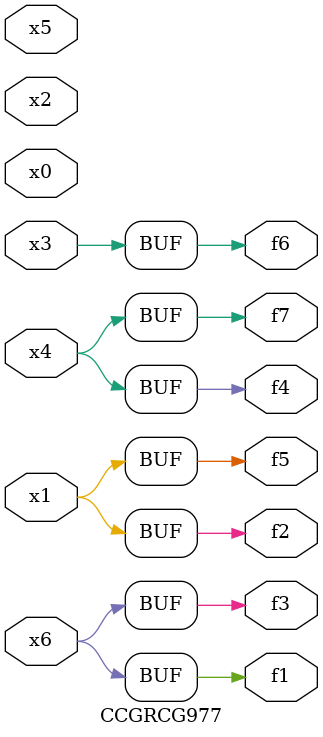
<source format=v>
module CCGRCG977(
	input x0, x1, x2, x3, x4, x5, x6,
	output f1, f2, f3, f4, f5, f6, f7
);
	assign f1 = x6;
	assign f2 = x1;
	assign f3 = x6;
	assign f4 = x4;
	assign f5 = x1;
	assign f6 = x3;
	assign f7 = x4;
endmodule

</source>
